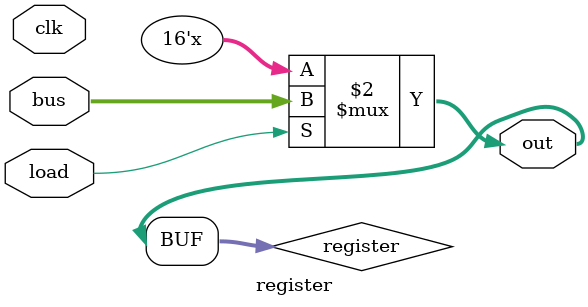
<source format=v>
module register(
    input clk,
    input load,
    input[15:0] bus,
    output[15:0] out
);

reg[15:0] register;

always @(clk) begin
    if (load) begin
        register <= bus;
    end
end

assign out = register;

endmodule
</source>
